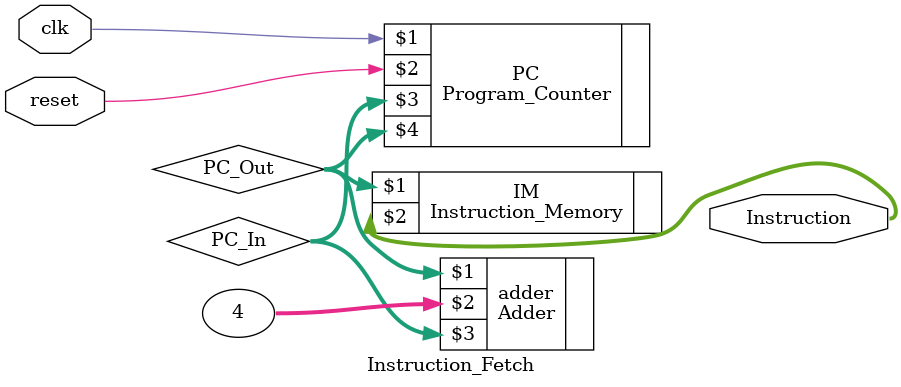
<source format=v>
`timescale 1ns / 1ps



module Instruction_Fetch(
    input clk,
    input reset,
    output [31:0] Instruction
    );
    
    wire [63:0] PC_In;
    wire [63:0] PC_Out;
    
    Program_Counter PC(clk, reset, PC_In, PC_Out);
    Adder adder(PC_Out, 4, PC_In);
    Instruction_Memory IM(PC_Out,Instruction);
    
    
endmodule


</source>
